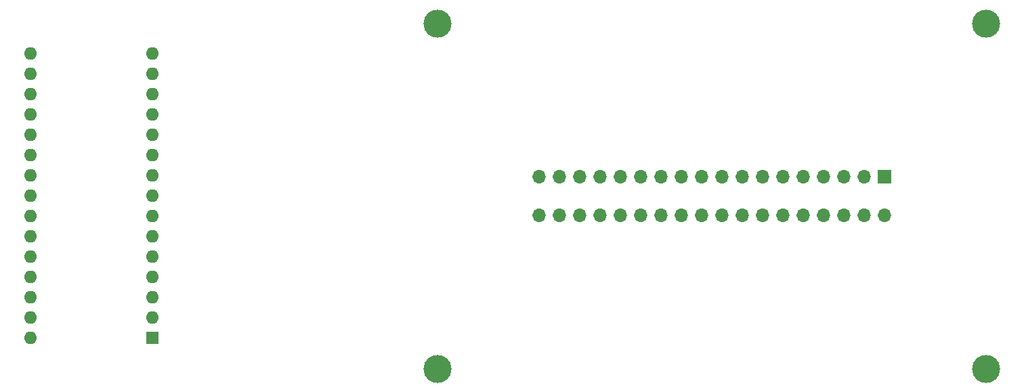
<source format=gbr>
%TF.GenerationSoftware,KiCad,Pcbnew,(6.0.0)*%
%TF.CreationDate,2022-02-22T05:40:17+01:00*%
%TF.ProjectId,Programmer,50726f67-7261-46d6-9d65-722e6b696361,rev?*%
%TF.SameCoordinates,Original*%
%TF.FileFunction,Soldermask,Bot*%
%TF.FilePolarity,Negative*%
%FSLAX46Y46*%
G04 Gerber Fmt 4.6, Leading zero omitted, Abs format (unit mm)*
G04 Created by KiCad (PCBNEW (6.0.0)) date 2022-02-22 05:40:17*
%MOMM*%
%LPD*%
G01*
G04 APERTURE LIST*
%ADD10R,1.600000X1.600000*%
%ADD11O,1.600000X1.600000*%
%ADD12C,3.500000*%
%ADD13R,1.700000X1.700000*%
%ADD14O,1.700000X1.700000*%
G04 APERTURE END LIST*
D10*
%TO.C,U1*%
X91430000Y-106680000D03*
D11*
X91430000Y-104140000D03*
X91430000Y-101600000D03*
X91430000Y-99060000D03*
X91430000Y-96520000D03*
X91430000Y-93980000D03*
X91430000Y-91440000D03*
X91430000Y-88900000D03*
X91430000Y-86360000D03*
X91430000Y-83820000D03*
X91430000Y-81280000D03*
X91430000Y-78740000D03*
X91430000Y-76200000D03*
X91430000Y-73660000D03*
X91430000Y-71120000D03*
X76190000Y-71120000D03*
X76190000Y-73660000D03*
X76190000Y-76200000D03*
X76190000Y-78740000D03*
X76190000Y-81280000D03*
X76190000Y-83820000D03*
X76190000Y-86360000D03*
X76190000Y-88900000D03*
X76190000Y-91440000D03*
X76190000Y-93980000D03*
X76190000Y-96520000D03*
X76190000Y-99060000D03*
X76190000Y-101600000D03*
X76190000Y-104140000D03*
X76190000Y-106680000D03*
%TD*%
D12*
%TO.C,J1*%
X195580000Y-67330000D03*
X127000000Y-110510000D03*
X127000000Y-67330000D03*
X195580000Y-110510000D03*
D13*
X182880000Y-86494300D03*
D14*
X182880000Y-91345700D03*
X180340000Y-86494300D03*
X180340000Y-91345700D03*
X177800000Y-86494300D03*
X177800000Y-91345700D03*
X175260000Y-86494300D03*
X175260000Y-91345700D03*
X172720000Y-86494300D03*
X172720000Y-91345700D03*
X170180000Y-86494300D03*
X170180000Y-91345700D03*
X167640000Y-86494300D03*
X167640000Y-91345700D03*
X165100000Y-86494300D03*
X165100000Y-91345700D03*
X162560000Y-86494300D03*
X162560000Y-91345700D03*
X160020000Y-86494300D03*
X160020000Y-91345700D03*
X157480000Y-86494300D03*
X157480000Y-91345700D03*
X154940000Y-86494300D03*
X154940000Y-91345700D03*
X152400000Y-86494300D03*
X152400000Y-91345700D03*
X149860000Y-86494300D03*
X149860000Y-91345700D03*
X147320000Y-86494300D03*
X147320000Y-91345700D03*
X144780000Y-86494300D03*
X144780000Y-91345700D03*
X142240000Y-86494300D03*
X142240000Y-91345700D03*
X139700000Y-86494300D03*
X139700000Y-91345700D03*
%TD*%
M02*

</source>
